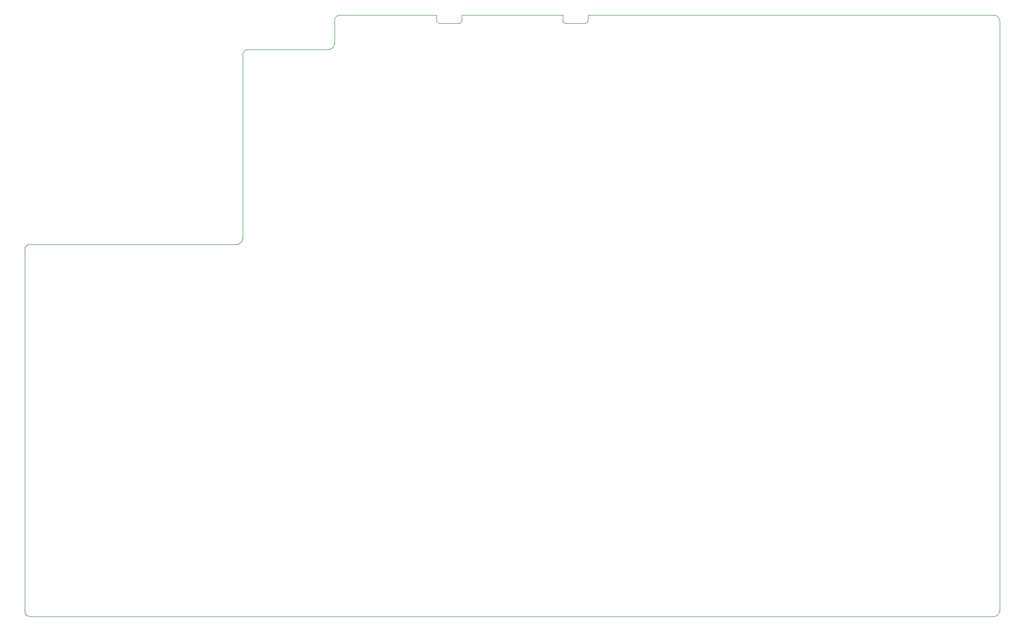
<source format=gm1>
G04 #@! TF.GenerationSoftware,KiCad,Pcbnew,7.0.5.1-1-g8f565ef7f0-dirty-deb11*
G04 #@! TF.CreationDate,2023-06-09T15:10:17+00:00*
G04 #@! TF.ProjectId,pedalboard-hw,70656461-6c62-46f6-9172-642d68772e6b,2.0.0*
G04 #@! TF.SameCoordinates,Original*
G04 #@! TF.FileFunction,Profile,NP*
%FSLAX46Y46*%
G04 Gerber Fmt 4.6, Leading zero omitted, Abs format (unit mm)*
G04 Created by KiCad (PCBNEW 7.0.5.1-1-g8f565ef7f0-dirty-deb11) date 2023-06-09 15:10:17*
%MOMM*%
%LPD*%
G01*
G04 APERTURE LIST*
G04 #@! TA.AperFunction,Profile*
%ADD10C,0.100000*%
G04 #@! TD*
G04 APERTURE END LIST*
D10*
X118200000Y-20000000D02*
X189000000Y-20000000D01*
X20000000Y-124000000D02*
X20000000Y-61000000D01*
X21000000Y-125000000D02*
X189000000Y-125000000D01*
X74000000Y-21000000D02*
X74000000Y-25000000D01*
X75000000Y-20000000D02*
G75*
G03*
X74000000Y-21000000I0J-1000000D01*
G01*
X113800000Y-21000000D02*
G75*
G03*
X114200000Y-21400000I400000J0D01*
G01*
X20000000Y-124000000D02*
G75*
G03*
X21000000Y-125000000I1000000J0D01*
G01*
X91800000Y-21000000D02*
G75*
G03*
X92200000Y-21400000I400000J0D01*
G01*
X114200000Y-21400000D02*
X117800000Y-21400000D01*
X58000000Y-59000000D02*
X58000000Y-27000000D01*
X21000000Y-60000000D02*
X57000000Y-60000000D01*
X59000000Y-26000000D02*
G75*
G03*
X58000000Y-27000000I0J-1000000D01*
G01*
X190000000Y-21000000D02*
X190000000Y-124000000D01*
X113800000Y-20000000D02*
X113800000Y-21000000D01*
X96200000Y-21000000D02*
X96200000Y-20000000D01*
X96200000Y-20000000D02*
X113800000Y-20000000D01*
X190000000Y-21000000D02*
G75*
G03*
X189000000Y-20000000I-1000000J0D01*
G01*
X95800000Y-21400000D02*
G75*
G03*
X96200000Y-21000000I0J400000D01*
G01*
X73000000Y-26000000D02*
X59000000Y-26000000D01*
X91800000Y-20000000D02*
X91800000Y-21000000D01*
X21000000Y-60000000D02*
G75*
G03*
X20000000Y-61000000I0J-1000000D01*
G01*
X73000000Y-26000000D02*
G75*
G03*
X74000000Y-25000000I0J1000000D01*
G01*
X92200000Y-21400000D02*
X95800000Y-21400000D01*
X57000000Y-60000000D02*
G75*
G03*
X58000000Y-59000000I0J1000000D01*
G01*
X91800000Y-20000000D02*
X75000000Y-20000000D01*
X189000000Y-125000000D02*
G75*
G03*
X190000000Y-124000000I0J1000000D01*
G01*
X117799998Y-21400000D02*
G75*
G03*
X118200000Y-21000000I2J400000D01*
G01*
X118200000Y-21000000D02*
X118200000Y-20000000D01*
M02*

</source>
